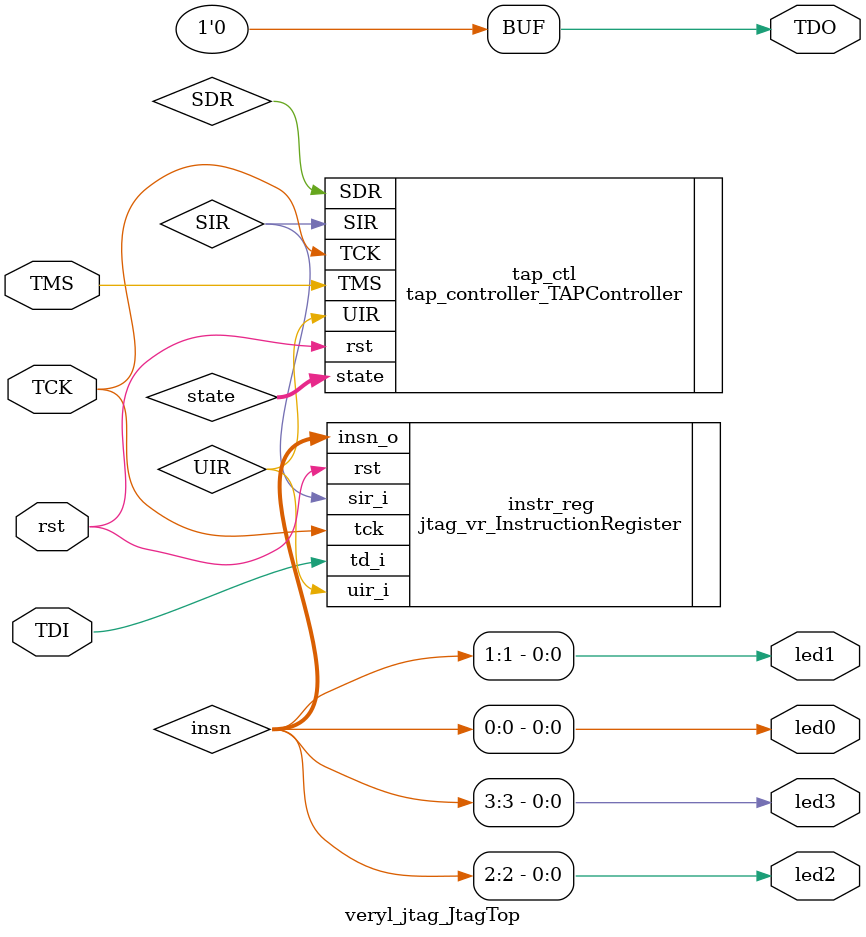
<source format=sv>
module veryl_jtag_JtagTop (
    // Physical on board reset
    input var logic rst,

    // Debugging
    output var logic led0,
    output var logic led1,
    output var logic led2,
    output var logic led3,

    // JTAG Clock
    input var logic TCK,
    // JTAG IO
    output var logic TDO,
    input  var logic TDI,
    input  var logic TMS
);
    // for now
    always_comb TDO = 0;
    // ---
    // TAP Controller
    logic         SDR  ;
    logic         SIR  ;
    logic         UIR  ;
    logic [4-1:0] state;
    tap_controller_TAPController tap_ctl (
        .rst   (rst  ),
        .TCK   (TCK  ),
        .TMS   (TMS  ),
        .SDR   (SDR  ),
        .SIR   (SIR  ),
        .UIR   (UIR  ),
        .state (state)
    );
    // ---
    // JTAG Registers
    // Intermediate signals
    logic [4-1:0] insn;
    // TODO: Rename this project to something else.
    // Maybe jtag_regs?
    jtag_vr_InstructionRegister instr_reg (
        .rst   (rst),
        .td_i  (TDI),
        .tck   (TCK),
        .sir_i (SIR),
        .uir_i (UIR),
        .
        insn_o (insn)
    );
    // Debugging
    always_comb led0 = insn[0];
    always_comb led1 = insn[1];
    always_comb led2 = insn[2];
    always_comb led3 = insn[3];
    // ---
endmodule
//# sourceMappingURL=veryl_jtag.sv.map

</source>
